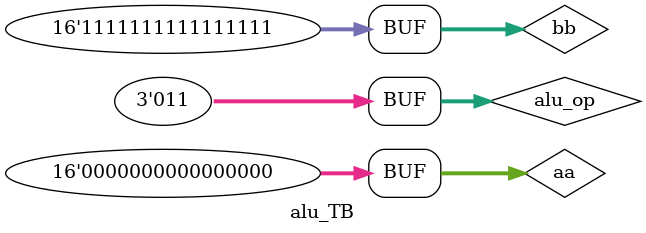
<source format=v>
`timescale 1ns/1ns

module ALU(aluOp, a, b, w, zero);
  input[2:0] aluOp;
  input[15:0] a, b;
  output reg[15:0] w;
  output reg zero;
  
  always@(*) begin
    zero = 0;
    case(aluOp)
      000: begin w = a + b; end
      001: begin w = a - b; end
      010: begin w = a & b; end
      011: begin w = ~b; end
      100: begin 
        if(a == 0) zero = 1;
        else zero = 0;
      end
    endcase
  end
endmodule







module alu_TB();
  reg[2:0] alu_op;
  reg[15:0] aa, bb;
  wire[15:0] ww;
  wire zer0;
  
  ALU alu(alu_op, aa, bb, ww, zer0);
  
  initial begin
    #20 alu_op = 3'b000;
    aa = 16'b0000000000000000;
    bb = 16'b1111111111111111;
    
    #20 alu_op = 3'b001;
    
    #20 alu_op = 3'b011;
  end
  
endmodule

</source>
